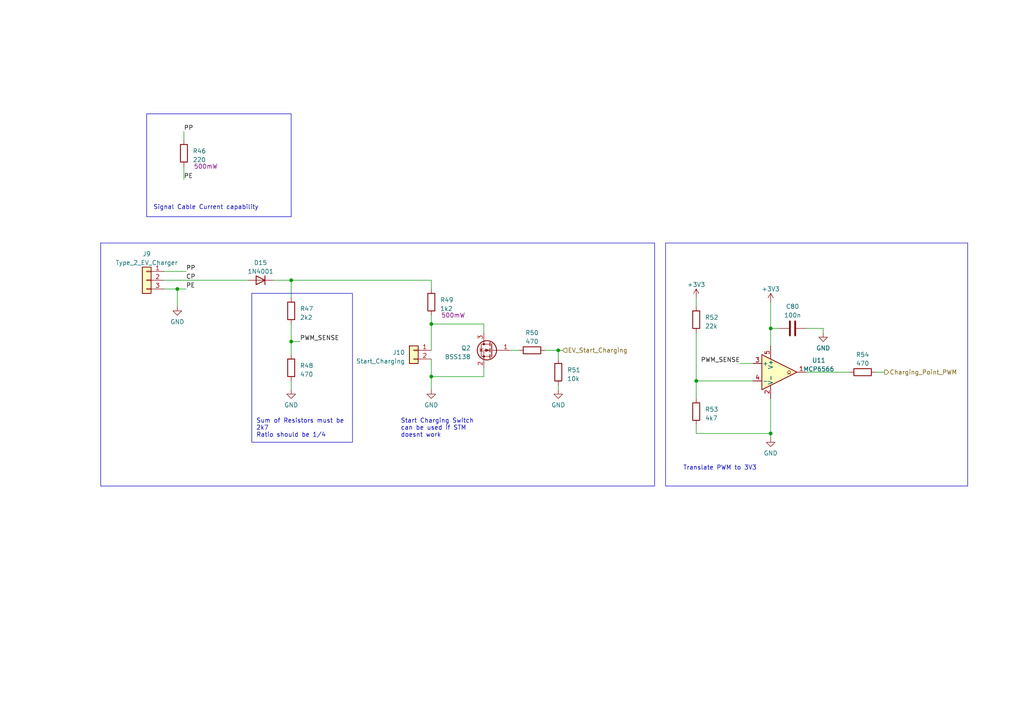
<source format=kicad_sch>
(kicad_sch (version 20231120) (generator "eeschema") (generator_version "8.0")
  (paper "A4")
  (lib_symbols
    (symbol "Comparator:MCP6566" (pin_names (offset 0.127))
      (property "Reference" "U" (at 0 5.08 0))
      (property "Value" "MCP6566" (at 0 -5.08 0))
      (symbol "MCP6566_0_1"
        (polyline (pts (xy -5.08 5.08) (xy 5.08 0) (xy -5.08 -5.08) (xy -5.08 5.08)) (stroke (width 0.254)) (fill (type background)))
        (polyline (pts (xy 3.302 -0.508) (xy 2.794 -0.508) (xy 3.302 0) (xy 2.794 0.508) (xy 2.286 0) (xy 2.794 -0.508) (xy 2.286 -0.508)) (stroke (width 0.127)))
        (pin power_in line (at -2.54 -7.62 90) (length 3.81) (name "V-") (number "2"))
        (pin power_in line (at -2.54 7.62 270) (length 3.81) (name "V+") (number "5"))
      )
      (symbol "MCP6566_1_1"
        (pin open_collector line (at 7.62 0 180) (length 2.54) (name "~") (number "1"))
        (pin input line (at -7.62 2.54 0) (length 2.54) (name "+") (number "3"))
        (pin input line (at -7.62 -2.54 0) (length 2.54) (name "-") (number "4"))
      )
    )
    (symbol "Connector_Generic:Conn_01x02" (pin_names (offset 1.016) hide)
      (property "Reference" "J" (at 0 2.54 0))
      (property "Value" "Conn_01x02" (at 0 -5.08 0))
      (symbol "Conn_01x02_1_1"
        (rectangle (start -1.27 -2.413) (end 0 -2.667) (stroke (width 0.1524)))
        (rectangle (start -1.27 0.127) (end 0 -0.127) (stroke (width 0.1524)))
        (rectangle (start -1.27 1.27) (end 1.27 -3.81) (stroke (width 0.254)) (fill (type background)))
        (pin passive line (at -5.08 0 0) (length 3.81) (name "Pin_1") (number "1"))
        (pin passive line (at -5.08 -2.54 0) (length 3.81) (name "Pin_2") (number "2"))
      )
    )
    (symbol "Connector_Generic:Conn_01x03" (pin_names (offset 1.016) hide)
      (property "Reference" "J" (at 0 5.08 0))
      (property "Value" "Conn_01x03" (at 0 -5.08 0))
      (symbol "Conn_01x03_1_1"
        (rectangle (start -1.27 -2.413) (end 0 -2.667) (stroke (width 0.1524)))
        (rectangle (start -1.27 0.127) (end 0 -0.127) (stroke (width 0.1524)))
        (rectangle (start -1.27 2.667) (end 0 2.413) (stroke (width 0.1524)))
        (rectangle (start -1.27 3.81) (end 1.27 -3.81) (stroke (width 0.254)) (fill (type background)))
        (pin passive line (at -5.08 2.54 0) (length 3.81) (name "Pin_1") (number "1"))
        (pin passive line (at -5.08 0 0) (length 3.81) (name "Pin_2") (number "2"))
        (pin passive line (at -5.08 -2.54 0) (length 3.81) (name "Pin_3") (number "3"))
      )
    )
    (symbol "Device:C" (pin_numbers hide) (pin_names (offset 0.254))
      (property "Reference" "C" (at 0.635 2.54 0))
      (property "Value" "C" (at 0.635 -2.54 0))
      (symbol "C_0_1"
        (polyline (pts (xy -2.032 -0.762) (xy 2.032 -0.762)) (stroke (width 0.508)))
        (polyline (pts (xy -2.032 0.762) (xy 2.032 0.762)) (stroke (width 0.508)))
      )
      (symbol "C_1_1"
        (pin passive line (at 0 3.81 270) (length 2.794) (name "~") (number "1"))
        (pin passive line (at 0 -3.81 90) (length 2.794) (name "~") (number "2"))
      )
    )
    (symbol "Device:R" (pin_numbers hide) (pin_names (offset 0))
      (property "Reference" "R" (at 2.032 0 90))
      (property "Value" "R" (at 0 0 90))
      (symbol "R_0_1"
        (rectangle (start -1.016 -2.54) (end 1.016 2.54) (stroke (width 0.254)))
      )
      (symbol "R_1_1"
        (pin passive line (at 0 3.81 270) (length 1.27) (name "~") (number "1"))
        (pin passive line (at 0 -3.81 90) (length 1.27) (name "~") (number "2"))
      )
    )
    (symbol "Diode:1N4001" (pin_numbers hide) (pin_names hide)
      (property "Reference" "D" (at 0 2.54 0))
      (property "Value" "1N4001" (at 0 -2.54 0))
      (symbol "1N4001_0_1"
        (polyline (pts (xy -1.27 1.27) (xy -1.27 -1.27)) (stroke (width 0.254)))
        (polyline (pts (xy 1.27 0) (xy -1.27 0)))
        (polyline (pts (xy 1.27 1.27) (xy 1.27 -1.27) (xy -1.27 0) (xy 1.27 1.27)) (stroke (width 0.254)))
      )
      (symbol "1N4001_1_1"
        (pin passive line (at -3.81 0 0) (length 2.54) (name "K") (number "1"))
        (pin passive line (at 3.81 0 180) (length 2.54) (name "A") (number "2"))
      )
    )
    (symbol "Transistor_FET:BSS138" (pin_names hide)
      (property "Reference" "Q" (at 5.08 1.905 0))
      (property "Value" "BSS138" (at 5.08 0 0))
      (symbol "BSS138_0_1"
        (polyline (pts (xy 0.254 0) (xy -2.54 0)))
        (polyline (pts (xy 0.254 1.905) (xy 0.254 -1.905)) (stroke (width 0.254)))
        (polyline (pts (xy 0.762 -1.27) (xy 0.762 -2.286)) (stroke (width 0.254)))
        (polyline (pts (xy 0.762 0.508) (xy 0.762 -0.508)) (stroke (width 0.254)))
        (polyline (pts (xy 0.762 2.286) (xy 0.762 1.27)) (stroke (width 0.254)))
        (polyline (pts (xy 2.54 2.54) (xy 2.54 1.778)))
        (polyline (pts (xy 2.54 -2.54) (xy 2.54 0) (xy 0.762 0)))
        (polyline (pts (xy 0.762 -1.778) (xy 3.302 -1.778) (xy 3.302 1.778) (xy 0.762 1.778)))
        (polyline (pts (xy 1.016 0) (xy 2.032 0.381) (xy 2.032 -0.381) (xy 1.016 0)) (fill (type outline)))
        (polyline (pts (xy 2.794 0.508) (xy 2.921 0.381) (xy 3.683 0.381) (xy 3.81 0.254)))
        (polyline (pts (xy 3.302 0.381) (xy 2.921 -0.254) (xy 3.683 -0.254) (xy 3.302 0.381)))
        (circle (center 1.651 0) (radius 2.794) (stroke (width 0.254)))
        (circle (center 2.54 -1.778) (radius 0.254) (fill (type outline)))
        (circle (center 2.54 1.778) (radius 0.254) (fill (type outline)))
      )
      (symbol "BSS138_1_1"
        (pin input line (at -5.08 0 0) (length 2.54) (name "G") (number "1"))
        (pin passive line (at 2.54 -5.08 90) (length 2.54) (name "S") (number "2"))
        (pin passive line (at 2.54 5.08 270) (length 2.54) (name "D") (number "3"))
      )
    )
    (symbol "power:+3V3" (power) (pin_names (offset 0))
      (property "Value" "+3V3" (at 0 3.556 0))
      (symbol "+3V3_0_1"
        (polyline (pts (xy -0.762 1.27) (xy 0 2.54)))
        (polyline (pts (xy 0 0) (xy 0 2.54)))
        (polyline (pts (xy 0 2.54) (xy 0.762 1.27)))
      )
      (symbol "+3V3_1_1"
        (pin power_in line (at 0 0 90) (length 0) hide (name "+3V3") (number "1"))
      )
    )
    (symbol "power:GND" (power) (pin_names (offset 0))
      (property "Value" "GND" (at 0 -3.81 0))
      (symbol "GND_0_1"
        (polyline (pts (xy 0 0) (xy 0 -1.27) (xy 1.27 -1.27) (xy 0 -2.54) (xy -1.27 -1.27) (xy 0 -1.27)))
      )
      (symbol "GND_1_1"
        (pin power_in line (at 0 0 270) (length 0) hide (name "GND") (number "1"))
      )
    )
  )
  (junction (at 51.435 83.82))
  (junction (at 223.52 95.25))
  (junction (at 201.93 110.49))
  (junction (at 161.925 101.6))
  (junction (at 84.455 81.28))
  (junction (at 84.455 99.06))
  (junction (at 223.52 125.73))
  (junction (at 125.095 109.22))
  (junction (at 125.095 93.98))
  (wire (pts (xy 161.925 111.76) (xy 161.925 113.03)))
  (wire (pts (xy 84.455 81.28) (xy 84.455 86.36)))
  (wire (pts (xy 214.63 105.41) (xy 218.44 105.41)))
  (wire (pts (xy 161.925 101.6) (xy 161.925 104.14)))
  (wire (pts (xy 233.68 107.95) (xy 246.38 107.95)))
  (wire (pts (xy 53.34 48.26) (xy 53.34 52.07)))
  (wire (pts (xy 84.455 81.28) (xy 125.095 81.28)))
  (wire (pts (xy 223.52 125.73) (xy 223.52 127)))
  (wire (pts (xy 201.93 86.36) (xy 201.93 88.9)))
  (wire (pts (xy 84.455 99.06) (xy 84.455 102.87)))
  (wire (pts (xy 125.095 104.14) (xy 125.095 109.22)))
  (wire (pts (xy 125.095 93.98) (xy 125.095 91.44)))
  (wire (pts (xy 223.52 95.25) (xy 226.06 95.25)))
  (wire (pts (xy 223.52 115.57) (xy 223.52 125.73)))
  (wire (pts (xy 125.095 109.22) (xy 125.095 113.03)))
  (wire (pts (xy 161.925 101.6) (xy 163.195 101.6)))
  (wire (pts (xy 125.095 81.28) (xy 125.095 83.82)))
  (wire (pts (xy 84.455 110.49) (xy 84.455 113.03)))
  (wire (pts (xy 140.335 93.98) (xy 125.095 93.98)))
  (wire (pts (xy 223.52 95.25) (xy 223.52 100.33)))
  (wire (pts (xy 147.955 101.6) (xy 150.495 101.6)))
  (wire (pts (xy 218.44 110.49) (xy 201.93 110.49)))
  (wire (pts (xy 51.435 83.82) (xy 53.975 83.82)))
  (wire (pts (xy 51.435 83.82) (xy 51.435 88.9)))
  (wire (pts (xy 223.52 87.63) (xy 223.52 95.25)))
  (wire (pts (xy 79.375 81.28) (xy 84.455 81.28)))
  (wire (pts (xy 125.095 93.98) (xy 125.095 101.6)))
  (wire (pts (xy 47.625 78.74) (xy 53.975 78.74)))
  (wire (pts (xy 84.455 99.06) (xy 86.995 99.06)))
  (wire (pts (xy 125.095 109.22) (xy 140.335 109.22)))
  (wire (pts (xy 84.455 93.98) (xy 84.455 99.06)))
  (wire (pts (xy 53.34 38.1) (xy 53.34 40.64)))
  (wire (pts (xy 47.625 83.82) (xy 51.435 83.82)))
  (wire (pts (xy 140.335 96.52) (xy 140.335 93.98)))
  (wire (pts (xy 47.625 81.28) (xy 71.755 81.28)))
  (wire (pts (xy 256.54 107.95) (xy 254 107.95)))
  (wire (pts (xy 140.335 109.22) (xy 140.335 106.68)))
  (wire (pts (xy 201.93 123.19) (xy 201.93 125.73)))
  (wire (pts (xy 201.93 96.52) (xy 201.93 110.49)))
  (wire (pts (xy 158.115 101.6) (xy 161.925 101.6)))
  (wire (pts (xy 201.93 110.49) (xy 201.93 115.57)))
  (wire (pts (xy 238.76 96.52) (xy 238.76 95.25)))
  (wire (pts (xy 238.76 95.25) (xy 233.68 95.25)))
  (wire (pts (xy 201.93 125.73) (xy 223.52 125.73)))
  (rectangle (start 29.21 70.485) (end 189.865 140.97))
  (rectangle (start 42.545 33.02) (end 84.455 62.865))
  (rectangle (start 73.025 85.09) (end 102.235 128.27))
  (rectangle (start 193.04 70.485) (end 280.67 140.97))
  (text "Start Charging Switch \ncan be used if STM\ndoesnt work" (at 116.205 127 0) (effects (font (size 1.27 1.27)) (justify left bottom)))
  (text "Sum of Resistors must be \n2k7\nRatio should be 1/4" (at 74.295 127 0) (effects (font (size 1.27 1.27)) (justify left bottom)))
  (text "Translate PWM to 3V3" (at 198.12 136.525 0) (effects (font (size 1.27 1.27)) (justify left bottom)))
  (text "Signal Cable Current capability" (at 44.45 60.96 0) (effects (font (size 1.27 1.27)) (justify left bottom)))
  (label "PE" (at 53.975 83.82 0))
  (label "PE" (at 53.34 52.07 0))
  (label "PWM_SENSE" (at 214.63 105.41 180))
  (label "PP" (at 53.975 78.74 0))
  (label "PP" (at 53.34 38.1 0))
  (label "PWM_SENSE" (at 86.995 99.06 0))
  (label "CP" (at 53.975 81.28 0))
  (hierarchical_label "Charging_Point_PWM" (shape output) (at 256.54 107.95 0))
  (hierarchical_label "EV_Start_Charging" (shape input) (at 163.195 101.6 0))
  (symbol (lib_id "Comparator:MCP6566") (at 226.06 107.95 0) (unit 1)
    (property "Reference" "U11" (at 237.49 104.5211 0))
    (property "Value" "MCP6566" (at 237.49 107.0611 0))
    (property "Footprint" "Package_TO_SOT_SMD:SOT-23-5_HandSoldering" (effects (hide yes)))
    (property "Datasheet" "http://ww1.microchip.com/downloads/en/DeviceDoc/MCP6566-6R-6U-7-9-1.8V-Low-Power-Open-Drain-Output-Comparator-DS20002143G.pdf" (effects (hide yes)))
    (instances (project "EV_Emulator" (path "" (reference "U11") (unit 1))) (project "EV_Emulator" (path "" (reference "U2") (unit 1))) (project "FT23_Charger" (path "" (reference "U3") (unit 1))))
  )
  (symbol (lib_id "Device:R") (at 84.455 90.17 0) (unit 1)
    (property "Reference" "R47" (at 86.995 89.535 0) (effects (justify left)))
    (property "Value" "2k2" (at 86.995 92.075 0) (effects (justify left)))
    (property "Footprint" "Resistor_THT:R_Axial_DIN0207_L6.3mm_D2.5mm_P10.16mm_Horizontal" (effects (hide yes)))
    (instances (project "EV_Emulator" (path "" (reference "R47") (unit 1))) (project "EV_Emulator" (path "" (reference "R2") (unit 1))) (project "FT23_Charger" (path "" (reference "R17") (unit 1))))
  )
  (symbol (lib_id "power:GND") (at 84.455 113.03 0) (unit 1)
    (property "Reference" "#PWR0111" (effects (hide yes)))
    (property "Value" "GND" (at 84.455 117.475 0))
    (instances (project "FT23_Charger" (path "" (reference "#PWR0111") (unit 1))) (project "FT23_Charger" (path "" (reference "#PWR030") (unit 1))))
  )
  (symbol (lib_id "power:GND") (at 51.435 88.9 0) (unit 1)
    (property "Reference" "#PWR0110" (effects (hide yes)))
    (property "Value" "GND" (at 51.435 93.345 0))
    (instances (project "FT23_Charger" (path "" (reference "#PWR0110") (unit 1))) (project "FT23_Charger" (path "" (reference "#PWR028") (unit 1))))
  )
  (symbol (lib_id "power:GND") (at 223.52 127 0) (unit 1)
    (property "Reference" "#PWR0116" (effects (hide yes)))
    (property "Value" "GND" (at 223.52 131.445 0))
    (instances (project "FT23_Charger" (path "" (reference "#PWR0116") (unit 1))) (project "FT23_Charger" (path "" (reference "#PWR036") (unit 1))))
  )
  (symbol (lib_id "Device:C") (at 229.87 95.25 270) (unit 1)
    (property "Reference" "C80" (at 229.87 88.9 90))
    (property "Value" "100n" (at 229.87 91.44 90))
    (property "Footprint" "Capacitor_SMD:C_0603_1608Metric" (effects (hide yes)))
    (instances (project "EV_Emulator" (path "" (reference "C80") (unit 1))) (project "EV_Emulator" (path "" (reference "C1") (unit 1))) (project "FT23_Charger" (path "" (reference "C12") (unit 1))))
  )
  (symbol (lib_id "Device:R") (at 84.455 106.68 0) (unit 1)
    (property "Reference" "R48" (at 86.995 106.045 0) (effects (justify left)))
    (property "Value" "470" (at 86.995 108.585 0) (effects (justify left)))
    (property "Footprint" "Resistor_THT:R_Axial_DIN0207_L6.3mm_D2.5mm_P10.16mm_Horizontal" (effects (hide yes)))
    (instances (project "EV_Emulator" (path "" (reference "R48") (unit 1))) (project "EV_Emulator" (path "" (reference "R6") (unit 1))) (project "FT23_Charger" (path "" (reference "R18") (unit 1))))
  )
  (symbol (lib_id "power:+3V3") (at 223.52 87.63 0) (unit 1)
    (property "Reference" "#PWR0115" (effects (hide yes)))
    (property "Value" "+3V3" (at 223.52 83.82 0))
    (instances (project "EV_Emulator" (path "" (reference "#PWR0115") (unit 1))) (project "EV_Emulator" (path "" (reference "#PWR011") (unit 1))) (project "FT23_Charger" (path "" (reference "#PWR033") (unit 1))))
  )
  (symbol (lib_id "Diode:1N4001") (at 75.565 81.28 180) (unit 1)
    (property "Reference" "D15" (at 75.565 76.2 0))
    (property "Value" "1N4001" (at 75.565 78.74 0))
    (property "Footprint" "Diode_THT:D_DO-41_SOD81_P10.16mm_Horizontal" (effects (hide yes)))
    (property "Datasheet" "http://www.vishay.com/docs/88503/1n4001.pdf" (effects (hide yes)))
    (property "Sim.Device" "D" (effects (hide yes)))
    (property "Sim.Pins" "1=K 2=A" (effects (hide yes)))
    (instances (project "EV_Emulator" (path "" (reference "D15") (unit 1))) (project "EV_Emulator" (path "" (reference "D1") (unit 1))) (project "FT23_Charger" (path "" (reference "D4") (unit 1))))
  )
  (symbol (lib_id "Device:R") (at 201.93 92.71 0) (unit 1)
    (property "Reference" "R52" (at 204.47 92.075 0) (effects (justify left)))
    (property "Value" "22k" (at 204.47 94.615 0) (effects (justify left)))
    (property "Footprint" "Resistor_SMD:R_0603_1608Metric" (effects (hide yes)))
    (instances (project "EV_Emulator" (path "" (reference "R52") (unit 1))) (project "EV_Emulator" (path "" (reference "R7") (unit 1))) (project "FT23_Charger" (path "" (reference "R23") (unit 1))))
  )
  (symbol (lib_id "Device:R") (at 125.095 87.63 0) (unit 1)
    (property "Reference" "R49" (at 127.635 86.995 0) (effects (justify left)))
    (property "Value" "1k2" (at 127.635 89.535 0) (effects (justify left)))
    (property "Footprint" "Resistor_THT:R_Axial_DIN0207_L6.3mm_D2.5mm_P10.16mm_Horizontal" (effects (hide yes)))
    (property "Power" "500mW" (at 131.445 91.44 0))
    (instances (project "EV_Emulator" (path "" (reference "R49") (unit 1))) (project "EV_Emulator" (path "" (reference "R3") (unit 1))) (project "FT23_Charger" (path "" (reference "R19") (unit 1))))
  )
  (symbol (lib_id "Transistor_FET:BSS138") (at 142.875 101.6 0) (mirror y) (unit 1)
    (property "Reference" "Q2" (at 136.525 100.965 0) (effects (justify left)))
    (property "Value" "BSS138" (at 136.525 103.505 0) (effects (justify left)))
    (property "Footprint" "Package_TO_SOT_SMD:SOT-23" (effects (hide yes)))
    (property "Datasheet" "https://www.onsemi.com/pub/Collateral/BSS138-D.PDF" (effects (hide yes)))
    (instances (project "EV_Emulator" (path "" (reference "Q2") (unit 1))) (project "EV_Emulator" (path "" (reference "Q1") (unit 1))) (project "FT23_Charger" (path "" (reference "Q1") (unit 1))))
  )
  (symbol (lib_id "Device:R") (at 250.19 107.95 90) (unit 1)
    (property "Reference" "R54" (at 250.19 102.87 90))
    (property "Value" "470" (at 250.19 105.41 90))
    (property "Footprint" "Resistor_SMD:R_0603_1608Metric" (effects (hide yes)))
    (instances (project "EV_Emulator" (path "" (reference "R54") (unit 1))) (project "EV_Emulator" (path "" (reference "R13") (unit 1))) (project "FT23_Charger" (path "" (reference "R25") (unit 1))))
  )
  (symbol (lib_id "Device:R") (at 201.93 119.38 0) (unit 1)
    (property "Reference" "R53" (at 204.47 118.745 0) (effects (justify left)))
    (property "Value" "4k7" (at 204.47 121.285 0) (effects (justify left)))
    (property "Footprint" "Resistor_SMD:R_0603_1608Metric" (effects (hide yes)))
    (instances (project "EV_Emulator" (path "" (reference "R53") (unit 1))) (project "EV_Emulator" (path "" (reference "R8") (unit 1))) (project "FT23_Charger" (path "" (reference "R24") (unit 1))))
  )
  (symbol (lib_id "Connector_Generic:Conn_01x03") (at 42.545 81.28 0) (mirror y) (unit 1)
    (property "Reference" "J9" (at 42.545 73.66 0))
    (property "Value" "Type_2_EV_Charger" (at 42.545 76.2 0))
    (property "Footprint" "Connector_JST:JST_XH_S3B-XH-A-1_1x03_P2.50mm_Horizontal" (effects (hide yes)))
    (instances (project "EV_Emulator" (path "" (reference "J9") (unit 1))) (project "EV_Emulator" (path "" (reference "J1") (unit 1))) (project "FT23_Charger" (path "" (reference "J2") (unit 1))))
  )
  (symbol (lib_id "power:GND") (at 238.76 96.52 0) (unit 1)
    (property "Reference" "#PWR0117" (effects (hide yes)))
    (property "Value" "GND" (at 238.76 100.965 0))
    (instances (project "FT23_Charger" (path "" (reference "#PWR0117") (unit 1))) (project "FT23_Charger" (path "" (reference "#PWR031") (unit 1))))
  )
  (symbol (lib_id "power:GND") (at 125.095 113.03 0) (unit 1)
    (property "Reference" "#PWR0112" (effects (hide yes)))
    (property "Value" "GND" (at 125.095 117.475 0))
    (instances (project "FT23_Charger" (path "" (reference "#PWR0112") (unit 1))) (project "FT23_Charger" (path "" (reference "#PWR029") (unit 1))))
  )
  (symbol (lib_id "Device:R") (at 161.925 107.95 0) (unit 1)
    (property "Reference" "R51" (at 164.465 107.315 0) (effects (justify left)))
    (property "Value" "10k" (at 164.465 109.855 0) (effects (justify left)))
    (property "Footprint" "Resistor_SMD:R_0603_1608Metric" (effects (hide yes)))
    (instances (project "EV_Emulator" (path "" (reference "R51") (unit 1))) (project "EV_Emulator" (path "" (reference "R5") (unit 1))) (project "FT23_Charger" (path "" (reference "R21") (unit 1))))
  )
  (symbol (lib_id "Device:R") (at 53.34 44.45 0) (unit 1)
    (property "Reference" "R46" (at 55.88 43.815 0) (effects (justify left)))
    (property "Value" "220" (at 55.88 46.355 0) (effects (justify left)))
    (property "Footprint" "Resistor_THT:R_Axial_DIN0207_L6.3mm_D2.5mm_P10.16mm_Horizontal" (effects (hide yes)))
    (property "Power" "500mW" (at 59.69 48.26 0))
    (instances (project "EV_Emulator" (path "" (reference "R46") (unit 1))) (project "EV_Emulator" (path "" (reference "R1") (unit 1))) (project "FT23_Charger" (path "" (reference "R22") (unit 1))))
  )
  (symbol (lib_id "Connector_Generic:Conn_01x02") (at 120.015 101.6 0) (mirror y) (unit 1)
    (property "Reference" "J10" (at 117.475 102.235 0) (effects (justify left)))
    (property "Value" "Start_Charging" (at 117.475 104.775 0) (effects (justify left)))
    (property "Footprint" "Connector_PinHeader_2.54mm:PinHeader_1x02_P2.54mm_Vertical" (effects (hide yes)))
    (instances (project "EV_Emulator" (path "" (reference "J10") (unit 1))) (project "EV_Emulator" (path "" (reference "J2") (unit 1))) (project "FT23_Charger" (path "" (reference "J3") (unit 1))))
  )
  (symbol (lib_id "power:GND") (at 161.925 113.03 0) (unit 1)
    (property "Reference" "#PWR0113" (effects (hide yes)))
    (property "Value" "GND" (at 161.925 117.475 0))
    (instances (project "FT23_Charger" (path "" (reference "#PWR0113") (unit 1))) (project "FT23_Charger" (path "" (reference "#PWR034") (unit 1))))
  )
  (symbol (lib_id "power:+3V3") (at 201.93 86.36 0) (unit 1)
    (property "Reference" "#PWR0114" (effects (hide yes)))
    (property "Value" "+3V3" (at 201.93 82.55 0))
    (instances (project "EV_Emulator" (path "" (reference "#PWR0114") (unit 1))) (project "EV_Emulator" (path "" (reference "#PWR014") (unit 1))) (project "FT23_Charger" (path "" (reference "#PWR032") (unit 1))))
  )
  (symbol (lib_id "Device:R") (at 154.305 101.6 270) (unit 1)
    (property "Reference" "R50" (at 154.305 96.52 90))
    (property "Value" "470" (at 154.305 99.06 90))
    (property "Footprint" "Resistor_SMD:R_0603_1608Metric" (effects (hide yes)))
    (instances (project "EV_Emulator" (path "" (reference "R50") (unit 1))) (project "EV_Emulator" (path "" (reference "R4") (unit 1))) (project "FT23_Charger" (path "" (reference "R20") (unit 1))))
  )
)
</source>
